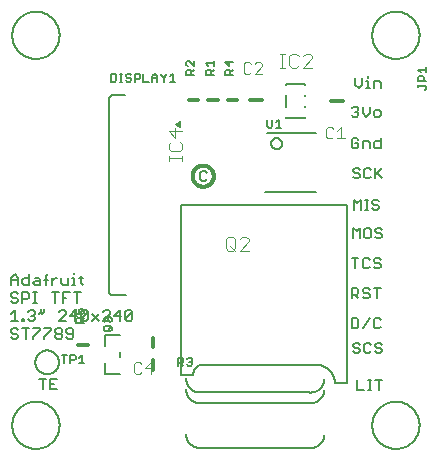
<source format=gbr>
G04 EAGLE Gerber RS-274X export*
G75*
%MOMM*%
%FSLAX34Y34*%
%LPD*%
%INSilkscreen Top*%
%IPPOS*%
%AMOC8*
5,1,8,0,0,1.08239X$1,22.5*%
G01*
%ADD10C,0.152400*%
%ADD11C,0.127000*%
%ADD12C,0.101600*%
%ADD13C,0.304800*%
%ADD14C,0.076200*%
%ADD15C,0.203200*%

G36*
X147624Y226194D02*
X147624Y226194D01*
X147651Y226194D01*
X147730Y226227D01*
X147812Y226252D01*
X147834Y226269D01*
X147858Y226279D01*
X147922Y226337D01*
X147990Y226389D01*
X148004Y226412D01*
X148024Y226430D01*
X148063Y226507D01*
X148109Y226579D01*
X148114Y226606D01*
X148127Y226630D01*
X148146Y226760D01*
X148154Y226799D01*
X148153Y226806D01*
X148154Y226815D01*
X148154Y231895D01*
X148150Y231922D01*
X148152Y231948D01*
X148142Y231987D01*
X148141Y232020D01*
X148125Y232058D01*
X148115Y232116D01*
X148101Y232139D01*
X148094Y232165D01*
X148065Y232205D01*
X148056Y232227D01*
X148035Y232251D01*
X148000Y232309D01*
X147980Y232326D01*
X147964Y232348D01*
X147917Y232380D01*
X147905Y232393D01*
X147883Y232404D01*
X147826Y232450D01*
X147801Y232459D01*
X147779Y232474D01*
X147718Y232489D01*
X147705Y232496D01*
X147683Y232499D01*
X147614Y232522D01*
X147587Y232522D01*
X147561Y232528D01*
X147520Y232523D01*
X147511Y232523D01*
X147496Y232521D01*
X147475Y232518D01*
X147389Y232516D01*
X147365Y232506D01*
X147338Y232503D01*
X147302Y232486D01*
X147290Y232484D01*
X147261Y232467D01*
X147218Y232446D01*
X147182Y232431D01*
X147176Y232426D01*
X147168Y232423D01*
X143358Y229883D01*
X143315Y229841D01*
X143300Y229832D01*
X143290Y229819D01*
X143240Y229781D01*
X143222Y229751D01*
X143196Y229727D01*
X143169Y229671D01*
X143159Y229658D01*
X143154Y229643D01*
X143121Y229591D01*
X143114Y229557D01*
X143099Y229525D01*
X143093Y229463D01*
X143087Y229446D01*
X143088Y229428D01*
X143076Y229371D01*
X143081Y229336D01*
X143078Y229302D01*
X143093Y229245D01*
X143094Y229221D01*
X143102Y229201D01*
X143110Y229149D01*
X143127Y229119D01*
X143136Y229085D01*
X143167Y229042D01*
X143178Y229014D01*
X143197Y228992D01*
X143219Y228953D01*
X143249Y228927D01*
X143266Y228902D01*
X143303Y228877D01*
X143330Y228848D01*
X143343Y228841D01*
X143358Y228827D01*
X147168Y226287D01*
X147193Y226277D01*
X147214Y226260D01*
X147295Y226232D01*
X147374Y226198D01*
X147401Y226196D01*
X147426Y226188D01*
X147512Y226190D01*
X147598Y226186D01*
X147624Y226194D01*
G37*
D10*
X295855Y268485D02*
X295855Y262723D01*
X298736Y259842D01*
X301617Y262723D01*
X301617Y268485D01*
X305210Y265604D02*
X306651Y265604D01*
X306651Y259842D01*
X308091Y259842D02*
X305210Y259842D01*
X306651Y268485D02*
X306651Y269926D01*
X311447Y265604D02*
X311447Y259842D01*
X311447Y265604D02*
X315768Y265604D01*
X317209Y264164D01*
X317209Y259842D01*
X292736Y90685D02*
X292736Y82042D01*
X292736Y90685D02*
X297058Y90685D01*
X298499Y89245D01*
X298499Y86364D01*
X297058Y84923D01*
X292736Y84923D01*
X295618Y84923D02*
X298499Y82042D01*
X306413Y90685D02*
X307854Y89245D01*
X306413Y90685D02*
X303532Y90685D01*
X302092Y89245D01*
X302092Y87804D01*
X303532Y86364D01*
X306413Y86364D01*
X307854Y84923D01*
X307854Y83483D01*
X306413Y82042D01*
X303532Y82042D01*
X302092Y83483D01*
X314328Y82042D02*
X314328Y90685D01*
X311447Y90685D02*
X317209Y90685D01*
X292736Y65285D02*
X292736Y56642D01*
X297058Y56642D01*
X298499Y58083D01*
X298499Y63845D01*
X297058Y65285D01*
X292736Y65285D01*
X302092Y56642D02*
X307854Y65285D01*
X315769Y65285D02*
X317209Y63845D01*
X315769Y65285D02*
X312887Y65285D01*
X311447Y63845D01*
X311447Y58083D01*
X312887Y56642D01*
X315769Y56642D01*
X317209Y58083D01*
X299769Y42890D02*
X298328Y44330D01*
X295447Y44330D01*
X294006Y42890D01*
X294006Y41449D01*
X295447Y40009D01*
X298328Y40009D01*
X299769Y38568D01*
X299769Y37128D01*
X298328Y35687D01*
X295447Y35687D01*
X294006Y37128D01*
X307683Y44330D02*
X309124Y42890D01*
X307683Y44330D02*
X304802Y44330D01*
X303362Y42890D01*
X303362Y37128D01*
X304802Y35687D01*
X307683Y35687D01*
X309124Y37128D01*
X317039Y44330D02*
X318479Y42890D01*
X317039Y44330D02*
X314157Y44330D01*
X312717Y42890D01*
X312717Y41449D01*
X314157Y40009D01*
X317039Y40009D01*
X318479Y38568D01*
X318479Y37128D01*
X317039Y35687D01*
X314157Y35687D01*
X312717Y37128D01*
X295618Y107442D02*
X295618Y116085D01*
X298499Y116085D02*
X292736Y116085D01*
X306413Y116085D02*
X307854Y114645D01*
X306413Y116085D02*
X303532Y116085D01*
X302092Y114645D01*
X302092Y108883D01*
X303532Y107442D01*
X306413Y107442D01*
X307854Y108883D01*
X315769Y116085D02*
X317209Y114645D01*
X315769Y116085D02*
X312887Y116085D01*
X311447Y114645D01*
X311447Y113204D01*
X312887Y111764D01*
X315769Y111764D01*
X317209Y110323D01*
X317209Y108883D01*
X315769Y107442D01*
X312887Y107442D01*
X311447Y108883D01*
X294006Y132842D02*
X294006Y141485D01*
X296888Y138604D01*
X299769Y141485D01*
X299769Y132842D01*
X304802Y141485D02*
X307683Y141485D01*
X304802Y141485D02*
X303362Y140045D01*
X303362Y134283D01*
X304802Y132842D01*
X307683Y132842D01*
X309124Y134283D01*
X309124Y140045D01*
X307683Y141485D01*
X317039Y141485D02*
X318479Y140045D01*
X317039Y141485D02*
X314157Y141485D01*
X312717Y140045D01*
X312717Y138604D01*
X314157Y137164D01*
X317039Y137164D01*
X318479Y135723D01*
X318479Y134283D01*
X317039Y132842D01*
X314157Y132842D01*
X312717Y134283D01*
X299769Y190845D02*
X298328Y192285D01*
X295447Y192285D01*
X294006Y190845D01*
X294006Y189404D01*
X295447Y187964D01*
X298328Y187964D01*
X299769Y186523D01*
X299769Y185083D01*
X298328Y183642D01*
X295447Y183642D01*
X294006Y185083D01*
X307683Y192285D02*
X309124Y190845D01*
X307683Y192285D02*
X304802Y192285D01*
X303362Y190845D01*
X303362Y185083D01*
X304802Y183642D01*
X307683Y183642D01*
X309124Y185083D01*
X312717Y183642D02*
X312717Y192285D01*
X312717Y186523D02*
X318479Y192285D01*
X314157Y187964D02*
X318479Y183642D01*
X294585Y165615D02*
X294585Y156972D01*
X297466Y162734D02*
X294585Y165615D01*
X297466Y162734D02*
X300347Y165615D01*
X300347Y156972D01*
X303940Y156972D02*
X306821Y156972D01*
X305381Y156972D02*
X305381Y165615D01*
X306821Y165615D02*
X303940Y165615D01*
X314498Y165615D02*
X315939Y164175D01*
X314498Y165615D02*
X311617Y165615D01*
X310177Y164175D01*
X310177Y162734D01*
X311617Y161294D01*
X314498Y161294D01*
X315939Y159853D01*
X315939Y158413D01*
X314498Y156972D01*
X311617Y156972D01*
X310177Y158413D01*
X297125Y13215D02*
X297125Y4572D01*
X302887Y4572D01*
X306480Y4572D02*
X309361Y4572D01*
X307921Y4572D02*
X307921Y13215D01*
X309361Y13215D02*
X306480Y13215D01*
X315598Y13215D02*
X315598Y4572D01*
X312717Y13215D02*
X318479Y13215D01*
X298499Y216245D02*
X297058Y217685D01*
X294177Y217685D01*
X292736Y216245D01*
X292736Y210483D01*
X294177Y209042D01*
X297058Y209042D01*
X298499Y210483D01*
X298499Y213364D01*
X295618Y213364D01*
X302092Y214804D02*
X302092Y209042D01*
X302092Y214804D02*
X306413Y214804D01*
X307854Y213364D01*
X307854Y209042D01*
X317209Y209042D02*
X317209Y217685D01*
X317209Y209042D02*
X312887Y209042D01*
X311447Y210483D01*
X311447Y213364D01*
X312887Y214804D01*
X317209Y214804D01*
X292736Y242915D02*
X294177Y244355D01*
X297058Y244355D01*
X298499Y242915D01*
X298499Y241474D01*
X297058Y240034D01*
X295618Y240034D01*
X297058Y240034D02*
X298499Y238593D01*
X298499Y237153D01*
X297058Y235712D01*
X294177Y235712D01*
X292736Y237153D01*
X302092Y238593D02*
X302092Y244355D01*
X302092Y238593D02*
X304973Y235712D01*
X307854Y238593D01*
X307854Y244355D01*
X312887Y235712D02*
X315769Y235712D01*
X317209Y237153D01*
X317209Y240034D01*
X315769Y241474D01*
X312887Y241474D01*
X311447Y240034D01*
X311447Y237153D01*
X312887Y235712D01*
D11*
X31076Y13978D02*
X31076Y5080D01*
X28110Y13978D02*
X34042Y13978D01*
X37465Y13978D02*
X43397Y13978D01*
X37465Y13978D02*
X37465Y5080D01*
X43397Y5080D01*
X40431Y9529D02*
X37465Y9529D01*
X4445Y93345D02*
X4445Y99277D01*
X7411Y102243D01*
X10377Y99277D01*
X10377Y93345D01*
X10377Y97794D02*
X4445Y97794D01*
X19732Y102243D02*
X19732Y93345D01*
X15283Y93345D01*
X13800Y94828D01*
X13800Y97794D01*
X15283Y99277D01*
X19732Y99277D01*
X24638Y99277D02*
X27604Y99277D01*
X29087Y97794D01*
X29087Y93345D01*
X24638Y93345D01*
X23155Y94828D01*
X24638Y96311D01*
X29087Y96311D01*
X33993Y93345D02*
X33993Y100760D01*
X35476Y102243D01*
X35476Y97794D02*
X32511Y97794D01*
X38747Y99277D02*
X38747Y93345D01*
X38747Y96311D02*
X41713Y99277D01*
X43196Y99277D01*
X46543Y99277D02*
X46543Y94828D01*
X48026Y93345D01*
X52475Y93345D01*
X52475Y99277D01*
X55899Y99277D02*
X57381Y99277D01*
X57381Y93345D01*
X55899Y93345D02*
X58864Y93345D01*
X57381Y102243D02*
X57381Y103726D01*
X63618Y100760D02*
X63618Y94828D01*
X65101Y93345D01*
X65101Y99277D02*
X62135Y99277D01*
X10377Y85520D02*
X8894Y87003D01*
X5928Y87003D01*
X4445Y85520D01*
X4445Y84037D01*
X5928Y82554D01*
X8894Y82554D01*
X10377Y81071D01*
X10377Y79588D01*
X8894Y78105D01*
X5928Y78105D01*
X4445Y79588D01*
X13800Y78105D02*
X13800Y87003D01*
X18249Y87003D01*
X19732Y85520D01*
X19732Y82554D01*
X18249Y81071D01*
X13800Y81071D01*
X23155Y78105D02*
X26121Y78105D01*
X24638Y78105D02*
X24638Y87003D01*
X23155Y87003D02*
X26121Y87003D01*
X41713Y87003D02*
X41713Y78105D01*
X38747Y87003D02*
X44679Y87003D01*
X48103Y87003D02*
X48103Y78105D01*
X48103Y87003D02*
X54034Y87003D01*
X51068Y82554D02*
X48103Y82554D01*
X60424Y78105D02*
X60424Y87003D01*
X63389Y87003D02*
X57458Y87003D01*
X7411Y71763D02*
X4445Y68797D01*
X7411Y71763D02*
X7411Y62865D01*
X4445Y62865D02*
X10377Y62865D01*
X13800Y62865D02*
X13800Y64348D01*
X15283Y64348D01*
X15283Y62865D01*
X13800Y62865D01*
X18478Y70280D02*
X19961Y71763D01*
X22927Y71763D01*
X24410Y70280D01*
X24410Y68797D01*
X22927Y67314D01*
X21444Y67314D01*
X22927Y67314D02*
X24410Y65831D01*
X24410Y64348D01*
X22927Y62865D01*
X19961Y62865D01*
X18478Y64348D01*
X29316Y70280D02*
X29316Y73246D01*
X29316Y70280D02*
X27833Y68797D01*
X32282Y70280D02*
X32282Y73246D01*
X32282Y70280D02*
X30799Y68797D01*
X44984Y62865D02*
X50916Y62865D01*
X44984Y62865D02*
X50916Y68797D01*
X50916Y70280D01*
X49433Y71763D01*
X46467Y71763D01*
X44984Y70280D01*
X58788Y71763D02*
X58788Y62865D01*
X54339Y67314D02*
X58788Y71763D01*
X60271Y67314D02*
X54339Y67314D01*
X63695Y64348D02*
X63695Y70280D01*
X65177Y71763D01*
X68143Y71763D01*
X69626Y70280D01*
X69626Y64348D01*
X68143Y62865D01*
X65177Y62865D01*
X63695Y64348D01*
X69626Y70280D01*
X73050Y68797D02*
X78981Y62865D01*
X73050Y62865D02*
X78981Y68797D01*
X82405Y62865D02*
X88337Y62865D01*
X82405Y62865D02*
X88337Y68797D01*
X88337Y70280D01*
X86854Y71763D01*
X83888Y71763D01*
X82405Y70280D01*
X96209Y71763D02*
X96209Y62865D01*
X91760Y67314D02*
X96209Y71763D01*
X97692Y67314D02*
X91760Y67314D01*
X101115Y64348D02*
X101115Y70280D01*
X102598Y71763D01*
X105564Y71763D01*
X107047Y70280D01*
X107047Y64348D01*
X105564Y62865D01*
X102598Y62865D01*
X101115Y64348D01*
X107047Y70280D01*
X10377Y55040D02*
X8894Y56523D01*
X5928Y56523D01*
X4445Y55040D01*
X4445Y53557D01*
X5928Y52074D01*
X8894Y52074D01*
X10377Y50591D01*
X10377Y49108D01*
X8894Y47625D01*
X5928Y47625D01*
X4445Y49108D01*
X16766Y47625D02*
X16766Y56523D01*
X13800Y56523D02*
X19732Y56523D01*
X23155Y56523D02*
X29087Y56523D01*
X29087Y55040D01*
X23155Y49108D01*
X23155Y47625D01*
X32511Y56523D02*
X38442Y56523D01*
X38442Y55040D01*
X32511Y49108D01*
X32511Y47625D01*
X41866Y55040D02*
X43349Y56523D01*
X46315Y56523D01*
X47797Y55040D01*
X47797Y53557D01*
X46315Y52074D01*
X47797Y50591D01*
X47797Y49108D01*
X46315Y47625D01*
X43349Y47625D01*
X41866Y49108D01*
X41866Y50591D01*
X43349Y52074D01*
X41866Y53557D01*
X41866Y55040D01*
X43349Y52074D02*
X46315Y52074D01*
X51221Y49108D02*
X52704Y47625D01*
X55670Y47625D01*
X57153Y49108D01*
X57153Y55040D01*
X55670Y56523D01*
X52704Y56523D01*
X51221Y55040D01*
X51221Y53557D01*
X52704Y52074D01*
X57153Y52074D01*
X278590Y9890D02*
X288590Y9890D01*
X288590Y160890D01*
X148590Y160890D01*
X148590Y16890D01*
X158590Y16890D01*
X158568Y17087D01*
X158551Y17284D01*
X158538Y17481D01*
X158531Y17679D01*
X158528Y17877D01*
X158530Y18075D01*
X158537Y18272D01*
X158549Y18470D01*
X158566Y18667D01*
X158587Y18864D01*
X158613Y19060D01*
X158644Y19255D01*
X158680Y19450D01*
X158721Y19644D01*
X158766Y19836D01*
X158817Y20028D01*
X158871Y20218D01*
X158931Y20406D01*
X158995Y20594D01*
X159063Y20779D01*
X159137Y20963D01*
X159214Y21145D01*
X159296Y21325D01*
X159383Y21503D01*
X159474Y21679D01*
X159569Y21852D01*
X159668Y22023D01*
X159772Y22192D01*
X159879Y22358D01*
X159991Y22521D01*
X160107Y22682D01*
X160226Y22840D01*
X160350Y22994D01*
X160477Y23146D01*
X160608Y23294D01*
X160742Y23440D01*
X160880Y23581D01*
X161021Y23720D01*
X161166Y23855D01*
X161314Y23986D01*
X161465Y24114D01*
X161620Y24238D01*
X161777Y24358D01*
X161937Y24474D01*
X162100Y24586D01*
X162266Y24694D01*
X162434Y24798D01*
X162605Y24898D01*
X162778Y24994D01*
X162953Y25085D01*
X163131Y25172D01*
X163311Y25255D01*
X163493Y25333D01*
X163676Y25407D01*
X163862Y25476D01*
X164049Y25541D01*
X164237Y25601D01*
X164427Y25656D01*
X164618Y25707D01*
X164811Y25753D01*
X165004Y25795D01*
X165199Y25831D01*
X165394Y25863D01*
X165590Y25890D01*
X262590Y25890D01*
X262977Y25885D01*
X263363Y25871D01*
X263749Y25848D01*
X264134Y25815D01*
X264519Y25773D01*
X264902Y25722D01*
X265284Y25662D01*
X265664Y25592D01*
X266043Y25513D01*
X266419Y25425D01*
X266793Y25328D01*
X267165Y25222D01*
X267534Y25107D01*
X267901Y24983D01*
X268264Y24850D01*
X268624Y24709D01*
X268980Y24559D01*
X269332Y24400D01*
X269681Y24233D01*
X270026Y24057D01*
X270366Y23873D01*
X270701Y23682D01*
X271032Y23481D01*
X271358Y23274D01*
X271679Y23058D01*
X271995Y22834D01*
X272305Y22603D01*
X272609Y22365D01*
X272907Y22119D01*
X273200Y21866D01*
X273486Y21606D01*
X273766Y21340D01*
X274040Y21066D01*
X274306Y20786D01*
X274566Y20500D01*
X274819Y20207D01*
X275065Y19909D01*
X275303Y19605D01*
X275534Y19295D01*
X275758Y18979D01*
X275974Y18658D01*
X276181Y18332D01*
X276382Y18001D01*
X276573Y17666D01*
X276757Y17326D01*
X276933Y16981D01*
X277100Y16632D01*
X277259Y16280D01*
X277409Y15924D01*
X277550Y15564D01*
X277683Y15201D01*
X277807Y14834D01*
X277922Y14465D01*
X278028Y14093D01*
X278125Y13719D01*
X278213Y13343D01*
X278292Y12964D01*
X278362Y12584D01*
X278422Y12202D01*
X278473Y11819D01*
X278515Y11434D01*
X278548Y11049D01*
X278571Y10663D01*
X278585Y10277D01*
X278590Y9890D01*
X164590Y2290D02*
X164300Y2294D01*
X164010Y2304D01*
X163721Y2322D01*
X163432Y2346D01*
X163144Y2377D01*
X162856Y2416D01*
X162570Y2461D01*
X162284Y2514D01*
X162001Y2573D01*
X161718Y2639D01*
X161438Y2711D01*
X161159Y2791D01*
X160882Y2877D01*
X160607Y2970D01*
X160335Y3070D01*
X160065Y3176D01*
X159798Y3288D01*
X159533Y3408D01*
X159272Y3533D01*
X159013Y3665D01*
X158758Y3802D01*
X158506Y3946D01*
X158258Y4096D01*
X158014Y4252D01*
X157773Y4414D01*
X157537Y4582D01*
X157304Y4755D01*
X157076Y4934D01*
X156852Y5118D01*
X156633Y5308D01*
X156418Y5503D01*
X156208Y5703D01*
X156003Y5908D01*
X155803Y6118D01*
X155608Y6333D01*
X155418Y6552D01*
X155234Y6776D01*
X155055Y7004D01*
X154882Y7237D01*
X154714Y7473D01*
X154552Y7714D01*
X154396Y7958D01*
X154246Y8206D01*
X154102Y8458D01*
X153965Y8713D01*
X153833Y8972D01*
X153708Y9233D01*
X153588Y9498D01*
X153476Y9765D01*
X153370Y10035D01*
X153270Y10307D01*
X153177Y10582D01*
X153091Y10859D01*
X153011Y11138D01*
X152939Y11418D01*
X152873Y11701D01*
X152814Y11984D01*
X152761Y12270D01*
X152716Y12556D01*
X152677Y12844D01*
X152646Y13132D01*
X152622Y13421D01*
X152604Y13710D01*
X152594Y14000D01*
X152590Y14290D01*
X164590Y2290D02*
X256590Y2290D01*
X256880Y2269D01*
X257171Y2255D01*
X257462Y2249D01*
X257753Y2249D01*
X258044Y2257D01*
X258334Y2271D01*
X258625Y2293D01*
X258914Y2321D01*
X259203Y2357D01*
X259491Y2399D01*
X259778Y2448D01*
X260063Y2505D01*
X260347Y2568D01*
X260630Y2638D01*
X260910Y2715D01*
X261189Y2798D01*
X261466Y2889D01*
X261740Y2986D01*
X262012Y3089D01*
X262281Y3199D01*
X262548Y3316D01*
X262812Y3439D01*
X263072Y3568D01*
X263330Y3704D01*
X263584Y3846D01*
X263835Y3994D01*
X264082Y4148D01*
X264325Y4307D01*
X264564Y4473D01*
X264799Y4644D01*
X265030Y4821D01*
X265257Y5004D01*
X265479Y5192D01*
X265696Y5385D01*
X265909Y5584D01*
X266117Y5787D01*
X266320Y5996D01*
X266518Y6209D01*
X266711Y6427D01*
X266898Y6650D01*
X267080Y6877D01*
X267256Y7109D01*
X267427Y7344D01*
X267592Y7584D01*
X267751Y7828D01*
X267904Y8075D01*
X268051Y8326D01*
X268192Y8581D01*
X268327Y8839D01*
X268456Y9100D01*
X268578Y9364D01*
X268694Y9631D01*
X268803Y9900D01*
X268906Y10172D01*
X269002Y10447D01*
X269092Y10724D01*
X269175Y11003D01*
X269251Y11284D01*
X269320Y11567D01*
X269382Y11851D01*
X269438Y12136D01*
X269486Y12423D01*
X269528Y12711D01*
X269563Y13000D01*
X269590Y13290D01*
X164590Y-6710D02*
X164300Y-6706D01*
X164010Y-6696D01*
X163721Y-6678D01*
X163432Y-6654D01*
X163144Y-6623D01*
X162856Y-6584D01*
X162570Y-6539D01*
X162284Y-6486D01*
X162001Y-6427D01*
X161718Y-6361D01*
X161438Y-6289D01*
X161159Y-6209D01*
X160882Y-6123D01*
X160607Y-6030D01*
X160335Y-5930D01*
X160065Y-5824D01*
X159798Y-5712D01*
X159533Y-5592D01*
X159272Y-5467D01*
X159013Y-5335D01*
X158758Y-5198D01*
X158506Y-5054D01*
X158258Y-4904D01*
X158014Y-4748D01*
X157773Y-4586D01*
X157537Y-4418D01*
X157304Y-4245D01*
X157076Y-4066D01*
X156852Y-3882D01*
X156633Y-3692D01*
X156418Y-3497D01*
X156208Y-3297D01*
X156003Y-3092D01*
X155803Y-2882D01*
X155608Y-2667D01*
X155418Y-2448D01*
X155234Y-2224D01*
X155055Y-1996D01*
X154882Y-1763D01*
X154714Y-1527D01*
X154552Y-1286D01*
X154396Y-1042D01*
X154246Y-794D01*
X154102Y-542D01*
X153965Y-287D01*
X153833Y-28D01*
X153708Y233D01*
X153588Y498D01*
X153476Y765D01*
X153370Y1035D01*
X153270Y1307D01*
X153177Y1582D01*
X153091Y1859D01*
X153011Y2138D01*
X152939Y2418D01*
X152873Y2701D01*
X152814Y2984D01*
X152761Y3270D01*
X152716Y3556D01*
X152677Y3844D01*
X152646Y4132D01*
X152622Y4421D01*
X152604Y4710D01*
X152594Y5000D01*
X152590Y5290D01*
X164590Y-6710D02*
X256590Y-6710D01*
X256880Y-6731D01*
X257171Y-6745D01*
X257462Y-6751D01*
X257753Y-6751D01*
X258044Y-6743D01*
X258334Y-6729D01*
X258625Y-6707D01*
X258914Y-6679D01*
X259203Y-6643D01*
X259491Y-6601D01*
X259778Y-6552D01*
X260063Y-6495D01*
X260347Y-6432D01*
X260630Y-6362D01*
X260910Y-6285D01*
X261189Y-6202D01*
X261466Y-6111D01*
X261740Y-6014D01*
X262012Y-5911D01*
X262281Y-5801D01*
X262548Y-5684D01*
X262812Y-5561D01*
X263072Y-5432D01*
X263330Y-5296D01*
X263584Y-5154D01*
X263835Y-5006D01*
X264082Y-4852D01*
X264325Y-4693D01*
X264564Y-4527D01*
X264799Y-4356D01*
X265030Y-4179D01*
X265257Y-3996D01*
X265479Y-3808D01*
X265696Y-3615D01*
X265909Y-3416D01*
X266117Y-3213D01*
X266320Y-3004D01*
X266518Y-2791D01*
X266711Y-2573D01*
X266898Y-2350D01*
X267080Y-2123D01*
X267256Y-1891D01*
X267427Y-1656D01*
X267592Y-1416D01*
X267751Y-1172D01*
X267904Y-925D01*
X268051Y-674D01*
X268192Y-419D01*
X268327Y-161D01*
X268456Y100D01*
X268578Y364D01*
X268694Y631D01*
X268803Y900D01*
X268906Y1172D01*
X269002Y1447D01*
X269092Y1724D01*
X269175Y2003D01*
X269251Y2284D01*
X269320Y2567D01*
X269382Y2851D01*
X269438Y3136D01*
X269486Y3423D01*
X269528Y3711D01*
X269563Y4000D01*
X269590Y4290D01*
X164590Y-44710D02*
X164300Y-44706D01*
X164010Y-44696D01*
X163721Y-44678D01*
X163432Y-44654D01*
X163144Y-44623D01*
X162856Y-44584D01*
X162570Y-44539D01*
X162284Y-44486D01*
X162001Y-44427D01*
X161718Y-44361D01*
X161438Y-44289D01*
X161159Y-44209D01*
X160882Y-44123D01*
X160607Y-44030D01*
X160335Y-43930D01*
X160065Y-43824D01*
X159798Y-43712D01*
X159533Y-43592D01*
X159272Y-43467D01*
X159013Y-43335D01*
X158758Y-43198D01*
X158506Y-43054D01*
X158258Y-42904D01*
X158014Y-42748D01*
X157773Y-42586D01*
X157537Y-42418D01*
X157304Y-42245D01*
X157076Y-42066D01*
X156852Y-41882D01*
X156633Y-41692D01*
X156418Y-41497D01*
X156208Y-41297D01*
X156003Y-41092D01*
X155803Y-40882D01*
X155608Y-40667D01*
X155418Y-40448D01*
X155234Y-40224D01*
X155055Y-39996D01*
X154882Y-39763D01*
X154714Y-39527D01*
X154552Y-39286D01*
X154396Y-39042D01*
X154246Y-38794D01*
X154102Y-38542D01*
X153965Y-38287D01*
X153833Y-38028D01*
X153708Y-37767D01*
X153588Y-37502D01*
X153476Y-37235D01*
X153370Y-36965D01*
X153270Y-36693D01*
X153177Y-36418D01*
X153091Y-36141D01*
X153011Y-35862D01*
X152939Y-35582D01*
X152873Y-35299D01*
X152814Y-35016D01*
X152761Y-34730D01*
X152716Y-34444D01*
X152677Y-34156D01*
X152646Y-33868D01*
X152622Y-33579D01*
X152604Y-33290D01*
X152594Y-33000D01*
X152590Y-32710D01*
X164590Y-44710D02*
X256590Y-44710D01*
X256880Y-44731D01*
X257171Y-44745D01*
X257462Y-44751D01*
X257753Y-44751D01*
X258044Y-44743D01*
X258334Y-44729D01*
X258625Y-44707D01*
X258914Y-44679D01*
X259203Y-44643D01*
X259491Y-44601D01*
X259778Y-44552D01*
X260063Y-44495D01*
X260347Y-44432D01*
X260630Y-44362D01*
X260910Y-44285D01*
X261189Y-44202D01*
X261466Y-44111D01*
X261740Y-44014D01*
X262012Y-43911D01*
X262281Y-43801D01*
X262548Y-43684D01*
X262812Y-43561D01*
X263072Y-43432D01*
X263330Y-43296D01*
X263584Y-43154D01*
X263835Y-43006D01*
X264082Y-42852D01*
X264325Y-42693D01*
X264564Y-42527D01*
X264799Y-42356D01*
X265030Y-42179D01*
X265257Y-41996D01*
X265479Y-41808D01*
X265696Y-41615D01*
X265909Y-41416D01*
X266117Y-41213D01*
X266320Y-41004D01*
X266518Y-40791D01*
X266711Y-40573D01*
X266898Y-40350D01*
X267080Y-40123D01*
X267256Y-39891D01*
X267427Y-39656D01*
X267592Y-39416D01*
X267751Y-39172D01*
X267904Y-38925D01*
X268051Y-38674D01*
X268192Y-38419D01*
X268327Y-38161D01*
X268456Y-37900D01*
X268578Y-37636D01*
X268694Y-37369D01*
X268803Y-37100D01*
X268906Y-36828D01*
X269002Y-36553D01*
X269092Y-36276D01*
X269175Y-35997D01*
X269251Y-35716D01*
X269320Y-35433D01*
X269382Y-35149D01*
X269438Y-34864D01*
X269486Y-34577D01*
X269528Y-34289D01*
X269563Y-34000D01*
X269590Y-33710D01*
D12*
X186098Y124347D02*
X186098Y132143D01*
X188047Y134092D01*
X191945Y134092D01*
X193894Y132143D01*
X193894Y124347D01*
X191945Y122398D01*
X188047Y122398D01*
X186098Y124347D01*
X189996Y126296D02*
X193894Y122398D01*
X197792Y122398D02*
X205588Y122398D01*
X197792Y122398D02*
X205588Y130194D01*
X205588Y132143D01*
X203639Y134092D01*
X199741Y134092D01*
X197792Y132143D01*
D10*
X237010Y263140D02*
X253210Y263140D01*
X253210Y234700D02*
X237010Y234700D01*
X237010Y243700D02*
X237010Y254140D01*
X253210Y244640D02*
X253210Y243700D01*
X253210Y253200D02*
X253210Y254140D01*
X253210Y235640D02*
X253210Y234700D01*
X253210Y262200D02*
X253210Y263140D01*
X237010Y263140D02*
X237010Y262200D01*
X237010Y235640D02*
X237010Y234700D01*
D12*
X236112Y277368D02*
X232214Y277368D01*
X234163Y277368D02*
X234163Y289062D01*
X232214Y289062D02*
X236112Y289062D01*
X245857Y289062D02*
X247806Y287113D01*
X245857Y289062D02*
X241959Y289062D01*
X240010Y287113D01*
X240010Y279317D01*
X241959Y277368D01*
X245857Y277368D01*
X247806Y279317D01*
X251704Y277368D02*
X259500Y277368D01*
X251704Y277368D02*
X259500Y285164D01*
X259500Y287113D01*
X257551Y289062D01*
X253653Y289062D01*
X251704Y287113D01*
D13*
X275590Y248920D02*
X285750Y248920D01*
D14*
X275754Y226817D02*
X277322Y225249D01*
X275754Y226817D02*
X272619Y226817D01*
X271051Y225249D01*
X271051Y218979D01*
X272619Y217411D01*
X275754Y217411D01*
X277322Y218979D01*
X280406Y223682D02*
X283542Y226817D01*
X283542Y217411D01*
X286677Y217411D02*
X280406Y217411D01*
D13*
X217170Y250190D02*
X207010Y250190D01*
D14*
X207491Y280139D02*
X205924Y281707D01*
X202788Y281707D01*
X201221Y280139D01*
X201221Y273869D01*
X202788Y272301D01*
X205924Y272301D01*
X207491Y273869D01*
X210576Y272301D02*
X216847Y272301D01*
X210576Y272301D02*
X216847Y278572D01*
X216847Y280139D01*
X215279Y281707D01*
X212143Y281707D01*
X210576Y280139D01*
D13*
X124460Y48450D02*
X124460Y40450D01*
D14*
X113214Y27707D02*
X114781Y26139D01*
X113214Y27707D02*
X110078Y27707D01*
X108511Y26139D01*
X108511Y19869D01*
X110078Y18301D01*
X113214Y18301D01*
X114781Y19869D01*
X122569Y18301D02*
X122569Y27707D01*
X117866Y23004D01*
X124137Y23004D01*
D15*
X5400Y304800D02*
X5406Y305291D01*
X5424Y305781D01*
X5454Y306271D01*
X5496Y306760D01*
X5550Y307248D01*
X5616Y307735D01*
X5694Y308219D01*
X5784Y308702D01*
X5886Y309182D01*
X5999Y309660D01*
X6124Y310134D01*
X6261Y310606D01*
X6409Y311074D01*
X6569Y311538D01*
X6740Y311998D01*
X6922Y312454D01*
X7116Y312905D01*
X7320Y313351D01*
X7536Y313792D01*
X7762Y314228D01*
X7998Y314658D01*
X8245Y315082D01*
X8503Y315500D01*
X8771Y315911D01*
X9048Y316316D01*
X9336Y316714D01*
X9633Y317105D01*
X9940Y317488D01*
X10256Y317863D01*
X10581Y318231D01*
X10915Y318591D01*
X11258Y318942D01*
X11609Y319285D01*
X11969Y319619D01*
X12337Y319944D01*
X12712Y320260D01*
X13095Y320567D01*
X13486Y320864D01*
X13884Y321152D01*
X14289Y321429D01*
X14700Y321697D01*
X15118Y321955D01*
X15542Y322202D01*
X15972Y322438D01*
X16408Y322664D01*
X16849Y322880D01*
X17295Y323084D01*
X17746Y323278D01*
X18202Y323460D01*
X18662Y323631D01*
X19126Y323791D01*
X19594Y323939D01*
X20066Y324076D01*
X20540Y324201D01*
X21018Y324314D01*
X21498Y324416D01*
X21981Y324506D01*
X22465Y324584D01*
X22952Y324650D01*
X23440Y324704D01*
X23929Y324746D01*
X24419Y324776D01*
X24909Y324794D01*
X25400Y324800D01*
X25891Y324794D01*
X26381Y324776D01*
X26871Y324746D01*
X27360Y324704D01*
X27848Y324650D01*
X28335Y324584D01*
X28819Y324506D01*
X29302Y324416D01*
X29782Y324314D01*
X30260Y324201D01*
X30734Y324076D01*
X31206Y323939D01*
X31674Y323791D01*
X32138Y323631D01*
X32598Y323460D01*
X33054Y323278D01*
X33505Y323084D01*
X33951Y322880D01*
X34392Y322664D01*
X34828Y322438D01*
X35258Y322202D01*
X35682Y321955D01*
X36100Y321697D01*
X36511Y321429D01*
X36916Y321152D01*
X37314Y320864D01*
X37705Y320567D01*
X38088Y320260D01*
X38463Y319944D01*
X38831Y319619D01*
X39191Y319285D01*
X39542Y318942D01*
X39885Y318591D01*
X40219Y318231D01*
X40544Y317863D01*
X40860Y317488D01*
X41167Y317105D01*
X41464Y316714D01*
X41752Y316316D01*
X42029Y315911D01*
X42297Y315500D01*
X42555Y315082D01*
X42802Y314658D01*
X43038Y314228D01*
X43264Y313792D01*
X43480Y313351D01*
X43684Y312905D01*
X43878Y312454D01*
X44060Y311998D01*
X44231Y311538D01*
X44391Y311074D01*
X44539Y310606D01*
X44676Y310134D01*
X44801Y309660D01*
X44914Y309182D01*
X45016Y308702D01*
X45106Y308219D01*
X45184Y307735D01*
X45250Y307248D01*
X45304Y306760D01*
X45346Y306271D01*
X45376Y305781D01*
X45394Y305291D01*
X45400Y304800D01*
X45394Y304309D01*
X45376Y303819D01*
X45346Y303329D01*
X45304Y302840D01*
X45250Y302352D01*
X45184Y301865D01*
X45106Y301381D01*
X45016Y300898D01*
X44914Y300418D01*
X44801Y299940D01*
X44676Y299466D01*
X44539Y298994D01*
X44391Y298526D01*
X44231Y298062D01*
X44060Y297602D01*
X43878Y297146D01*
X43684Y296695D01*
X43480Y296249D01*
X43264Y295808D01*
X43038Y295372D01*
X42802Y294942D01*
X42555Y294518D01*
X42297Y294100D01*
X42029Y293689D01*
X41752Y293284D01*
X41464Y292886D01*
X41167Y292495D01*
X40860Y292112D01*
X40544Y291737D01*
X40219Y291369D01*
X39885Y291009D01*
X39542Y290658D01*
X39191Y290315D01*
X38831Y289981D01*
X38463Y289656D01*
X38088Y289340D01*
X37705Y289033D01*
X37314Y288736D01*
X36916Y288448D01*
X36511Y288171D01*
X36100Y287903D01*
X35682Y287645D01*
X35258Y287398D01*
X34828Y287162D01*
X34392Y286936D01*
X33951Y286720D01*
X33505Y286516D01*
X33054Y286322D01*
X32598Y286140D01*
X32138Y285969D01*
X31674Y285809D01*
X31206Y285661D01*
X30734Y285524D01*
X30260Y285399D01*
X29782Y285286D01*
X29302Y285184D01*
X28819Y285094D01*
X28335Y285016D01*
X27848Y284950D01*
X27360Y284896D01*
X26871Y284854D01*
X26381Y284824D01*
X25891Y284806D01*
X25400Y284800D01*
X24909Y284806D01*
X24419Y284824D01*
X23929Y284854D01*
X23440Y284896D01*
X22952Y284950D01*
X22465Y285016D01*
X21981Y285094D01*
X21498Y285184D01*
X21018Y285286D01*
X20540Y285399D01*
X20066Y285524D01*
X19594Y285661D01*
X19126Y285809D01*
X18662Y285969D01*
X18202Y286140D01*
X17746Y286322D01*
X17295Y286516D01*
X16849Y286720D01*
X16408Y286936D01*
X15972Y287162D01*
X15542Y287398D01*
X15118Y287645D01*
X14700Y287903D01*
X14289Y288171D01*
X13884Y288448D01*
X13486Y288736D01*
X13095Y289033D01*
X12712Y289340D01*
X12337Y289656D01*
X11969Y289981D01*
X11609Y290315D01*
X11258Y290658D01*
X10915Y291009D01*
X10581Y291369D01*
X10256Y291737D01*
X9940Y292112D01*
X9633Y292495D01*
X9336Y292886D01*
X9048Y293284D01*
X8771Y293689D01*
X8503Y294100D01*
X8245Y294518D01*
X7998Y294942D01*
X7762Y295372D01*
X7536Y295808D01*
X7320Y296249D01*
X7116Y296695D01*
X6922Y297146D01*
X6740Y297602D01*
X6569Y298062D01*
X6409Y298526D01*
X6261Y298994D01*
X6124Y299466D01*
X5999Y299940D01*
X5886Y300418D01*
X5784Y300898D01*
X5694Y301381D01*
X5616Y301865D01*
X5550Y302352D01*
X5496Y302840D01*
X5454Y303329D01*
X5424Y303819D01*
X5406Y304309D01*
X5400Y304800D01*
X5400Y-25400D02*
X5406Y-24909D01*
X5424Y-24419D01*
X5454Y-23929D01*
X5496Y-23440D01*
X5550Y-22952D01*
X5616Y-22465D01*
X5694Y-21981D01*
X5784Y-21498D01*
X5886Y-21018D01*
X5999Y-20540D01*
X6124Y-20066D01*
X6261Y-19594D01*
X6409Y-19126D01*
X6569Y-18662D01*
X6740Y-18202D01*
X6922Y-17746D01*
X7116Y-17295D01*
X7320Y-16849D01*
X7536Y-16408D01*
X7762Y-15972D01*
X7998Y-15542D01*
X8245Y-15118D01*
X8503Y-14700D01*
X8771Y-14289D01*
X9048Y-13884D01*
X9336Y-13486D01*
X9633Y-13095D01*
X9940Y-12712D01*
X10256Y-12337D01*
X10581Y-11969D01*
X10915Y-11609D01*
X11258Y-11258D01*
X11609Y-10915D01*
X11969Y-10581D01*
X12337Y-10256D01*
X12712Y-9940D01*
X13095Y-9633D01*
X13486Y-9336D01*
X13884Y-9048D01*
X14289Y-8771D01*
X14700Y-8503D01*
X15118Y-8245D01*
X15542Y-7998D01*
X15972Y-7762D01*
X16408Y-7536D01*
X16849Y-7320D01*
X17295Y-7116D01*
X17746Y-6922D01*
X18202Y-6740D01*
X18662Y-6569D01*
X19126Y-6409D01*
X19594Y-6261D01*
X20066Y-6124D01*
X20540Y-5999D01*
X21018Y-5886D01*
X21498Y-5784D01*
X21981Y-5694D01*
X22465Y-5616D01*
X22952Y-5550D01*
X23440Y-5496D01*
X23929Y-5454D01*
X24419Y-5424D01*
X24909Y-5406D01*
X25400Y-5400D01*
X25891Y-5406D01*
X26381Y-5424D01*
X26871Y-5454D01*
X27360Y-5496D01*
X27848Y-5550D01*
X28335Y-5616D01*
X28819Y-5694D01*
X29302Y-5784D01*
X29782Y-5886D01*
X30260Y-5999D01*
X30734Y-6124D01*
X31206Y-6261D01*
X31674Y-6409D01*
X32138Y-6569D01*
X32598Y-6740D01*
X33054Y-6922D01*
X33505Y-7116D01*
X33951Y-7320D01*
X34392Y-7536D01*
X34828Y-7762D01*
X35258Y-7998D01*
X35682Y-8245D01*
X36100Y-8503D01*
X36511Y-8771D01*
X36916Y-9048D01*
X37314Y-9336D01*
X37705Y-9633D01*
X38088Y-9940D01*
X38463Y-10256D01*
X38831Y-10581D01*
X39191Y-10915D01*
X39542Y-11258D01*
X39885Y-11609D01*
X40219Y-11969D01*
X40544Y-12337D01*
X40860Y-12712D01*
X41167Y-13095D01*
X41464Y-13486D01*
X41752Y-13884D01*
X42029Y-14289D01*
X42297Y-14700D01*
X42555Y-15118D01*
X42802Y-15542D01*
X43038Y-15972D01*
X43264Y-16408D01*
X43480Y-16849D01*
X43684Y-17295D01*
X43878Y-17746D01*
X44060Y-18202D01*
X44231Y-18662D01*
X44391Y-19126D01*
X44539Y-19594D01*
X44676Y-20066D01*
X44801Y-20540D01*
X44914Y-21018D01*
X45016Y-21498D01*
X45106Y-21981D01*
X45184Y-22465D01*
X45250Y-22952D01*
X45304Y-23440D01*
X45346Y-23929D01*
X45376Y-24419D01*
X45394Y-24909D01*
X45400Y-25400D01*
X45394Y-25891D01*
X45376Y-26381D01*
X45346Y-26871D01*
X45304Y-27360D01*
X45250Y-27848D01*
X45184Y-28335D01*
X45106Y-28819D01*
X45016Y-29302D01*
X44914Y-29782D01*
X44801Y-30260D01*
X44676Y-30734D01*
X44539Y-31206D01*
X44391Y-31674D01*
X44231Y-32138D01*
X44060Y-32598D01*
X43878Y-33054D01*
X43684Y-33505D01*
X43480Y-33951D01*
X43264Y-34392D01*
X43038Y-34828D01*
X42802Y-35258D01*
X42555Y-35682D01*
X42297Y-36100D01*
X42029Y-36511D01*
X41752Y-36916D01*
X41464Y-37314D01*
X41167Y-37705D01*
X40860Y-38088D01*
X40544Y-38463D01*
X40219Y-38831D01*
X39885Y-39191D01*
X39542Y-39542D01*
X39191Y-39885D01*
X38831Y-40219D01*
X38463Y-40544D01*
X38088Y-40860D01*
X37705Y-41167D01*
X37314Y-41464D01*
X36916Y-41752D01*
X36511Y-42029D01*
X36100Y-42297D01*
X35682Y-42555D01*
X35258Y-42802D01*
X34828Y-43038D01*
X34392Y-43264D01*
X33951Y-43480D01*
X33505Y-43684D01*
X33054Y-43878D01*
X32598Y-44060D01*
X32138Y-44231D01*
X31674Y-44391D01*
X31206Y-44539D01*
X30734Y-44676D01*
X30260Y-44801D01*
X29782Y-44914D01*
X29302Y-45016D01*
X28819Y-45106D01*
X28335Y-45184D01*
X27848Y-45250D01*
X27360Y-45304D01*
X26871Y-45346D01*
X26381Y-45376D01*
X25891Y-45394D01*
X25400Y-45400D01*
X24909Y-45394D01*
X24419Y-45376D01*
X23929Y-45346D01*
X23440Y-45304D01*
X22952Y-45250D01*
X22465Y-45184D01*
X21981Y-45106D01*
X21498Y-45016D01*
X21018Y-44914D01*
X20540Y-44801D01*
X20066Y-44676D01*
X19594Y-44539D01*
X19126Y-44391D01*
X18662Y-44231D01*
X18202Y-44060D01*
X17746Y-43878D01*
X17295Y-43684D01*
X16849Y-43480D01*
X16408Y-43264D01*
X15972Y-43038D01*
X15542Y-42802D01*
X15118Y-42555D01*
X14700Y-42297D01*
X14289Y-42029D01*
X13884Y-41752D01*
X13486Y-41464D01*
X13095Y-41167D01*
X12712Y-40860D01*
X12337Y-40544D01*
X11969Y-40219D01*
X11609Y-39885D01*
X11258Y-39542D01*
X10915Y-39191D01*
X10581Y-38831D01*
X10256Y-38463D01*
X9940Y-38088D01*
X9633Y-37705D01*
X9336Y-37314D01*
X9048Y-36916D01*
X8771Y-36511D01*
X8503Y-36100D01*
X8245Y-35682D01*
X7998Y-35258D01*
X7762Y-34828D01*
X7536Y-34392D01*
X7320Y-33951D01*
X7116Y-33505D01*
X6922Y-33054D01*
X6740Y-32598D01*
X6569Y-32138D01*
X6409Y-31674D01*
X6261Y-31206D01*
X6124Y-30734D01*
X5999Y-30260D01*
X5886Y-29782D01*
X5784Y-29302D01*
X5694Y-28819D01*
X5616Y-28335D01*
X5550Y-27848D01*
X5496Y-27360D01*
X5454Y-26871D01*
X5424Y-26381D01*
X5406Y-25891D01*
X5400Y-25400D01*
X310200Y304800D02*
X310206Y305291D01*
X310224Y305781D01*
X310254Y306271D01*
X310296Y306760D01*
X310350Y307248D01*
X310416Y307735D01*
X310494Y308219D01*
X310584Y308702D01*
X310686Y309182D01*
X310799Y309660D01*
X310924Y310134D01*
X311061Y310606D01*
X311209Y311074D01*
X311369Y311538D01*
X311540Y311998D01*
X311722Y312454D01*
X311916Y312905D01*
X312120Y313351D01*
X312336Y313792D01*
X312562Y314228D01*
X312798Y314658D01*
X313045Y315082D01*
X313303Y315500D01*
X313571Y315911D01*
X313848Y316316D01*
X314136Y316714D01*
X314433Y317105D01*
X314740Y317488D01*
X315056Y317863D01*
X315381Y318231D01*
X315715Y318591D01*
X316058Y318942D01*
X316409Y319285D01*
X316769Y319619D01*
X317137Y319944D01*
X317512Y320260D01*
X317895Y320567D01*
X318286Y320864D01*
X318684Y321152D01*
X319089Y321429D01*
X319500Y321697D01*
X319918Y321955D01*
X320342Y322202D01*
X320772Y322438D01*
X321208Y322664D01*
X321649Y322880D01*
X322095Y323084D01*
X322546Y323278D01*
X323002Y323460D01*
X323462Y323631D01*
X323926Y323791D01*
X324394Y323939D01*
X324866Y324076D01*
X325340Y324201D01*
X325818Y324314D01*
X326298Y324416D01*
X326781Y324506D01*
X327265Y324584D01*
X327752Y324650D01*
X328240Y324704D01*
X328729Y324746D01*
X329219Y324776D01*
X329709Y324794D01*
X330200Y324800D01*
X330691Y324794D01*
X331181Y324776D01*
X331671Y324746D01*
X332160Y324704D01*
X332648Y324650D01*
X333135Y324584D01*
X333619Y324506D01*
X334102Y324416D01*
X334582Y324314D01*
X335060Y324201D01*
X335534Y324076D01*
X336006Y323939D01*
X336474Y323791D01*
X336938Y323631D01*
X337398Y323460D01*
X337854Y323278D01*
X338305Y323084D01*
X338751Y322880D01*
X339192Y322664D01*
X339628Y322438D01*
X340058Y322202D01*
X340482Y321955D01*
X340900Y321697D01*
X341311Y321429D01*
X341716Y321152D01*
X342114Y320864D01*
X342505Y320567D01*
X342888Y320260D01*
X343263Y319944D01*
X343631Y319619D01*
X343991Y319285D01*
X344342Y318942D01*
X344685Y318591D01*
X345019Y318231D01*
X345344Y317863D01*
X345660Y317488D01*
X345967Y317105D01*
X346264Y316714D01*
X346552Y316316D01*
X346829Y315911D01*
X347097Y315500D01*
X347355Y315082D01*
X347602Y314658D01*
X347838Y314228D01*
X348064Y313792D01*
X348280Y313351D01*
X348484Y312905D01*
X348678Y312454D01*
X348860Y311998D01*
X349031Y311538D01*
X349191Y311074D01*
X349339Y310606D01*
X349476Y310134D01*
X349601Y309660D01*
X349714Y309182D01*
X349816Y308702D01*
X349906Y308219D01*
X349984Y307735D01*
X350050Y307248D01*
X350104Y306760D01*
X350146Y306271D01*
X350176Y305781D01*
X350194Y305291D01*
X350200Y304800D01*
X350194Y304309D01*
X350176Y303819D01*
X350146Y303329D01*
X350104Y302840D01*
X350050Y302352D01*
X349984Y301865D01*
X349906Y301381D01*
X349816Y300898D01*
X349714Y300418D01*
X349601Y299940D01*
X349476Y299466D01*
X349339Y298994D01*
X349191Y298526D01*
X349031Y298062D01*
X348860Y297602D01*
X348678Y297146D01*
X348484Y296695D01*
X348280Y296249D01*
X348064Y295808D01*
X347838Y295372D01*
X347602Y294942D01*
X347355Y294518D01*
X347097Y294100D01*
X346829Y293689D01*
X346552Y293284D01*
X346264Y292886D01*
X345967Y292495D01*
X345660Y292112D01*
X345344Y291737D01*
X345019Y291369D01*
X344685Y291009D01*
X344342Y290658D01*
X343991Y290315D01*
X343631Y289981D01*
X343263Y289656D01*
X342888Y289340D01*
X342505Y289033D01*
X342114Y288736D01*
X341716Y288448D01*
X341311Y288171D01*
X340900Y287903D01*
X340482Y287645D01*
X340058Y287398D01*
X339628Y287162D01*
X339192Y286936D01*
X338751Y286720D01*
X338305Y286516D01*
X337854Y286322D01*
X337398Y286140D01*
X336938Y285969D01*
X336474Y285809D01*
X336006Y285661D01*
X335534Y285524D01*
X335060Y285399D01*
X334582Y285286D01*
X334102Y285184D01*
X333619Y285094D01*
X333135Y285016D01*
X332648Y284950D01*
X332160Y284896D01*
X331671Y284854D01*
X331181Y284824D01*
X330691Y284806D01*
X330200Y284800D01*
X329709Y284806D01*
X329219Y284824D01*
X328729Y284854D01*
X328240Y284896D01*
X327752Y284950D01*
X327265Y285016D01*
X326781Y285094D01*
X326298Y285184D01*
X325818Y285286D01*
X325340Y285399D01*
X324866Y285524D01*
X324394Y285661D01*
X323926Y285809D01*
X323462Y285969D01*
X323002Y286140D01*
X322546Y286322D01*
X322095Y286516D01*
X321649Y286720D01*
X321208Y286936D01*
X320772Y287162D01*
X320342Y287398D01*
X319918Y287645D01*
X319500Y287903D01*
X319089Y288171D01*
X318684Y288448D01*
X318286Y288736D01*
X317895Y289033D01*
X317512Y289340D01*
X317137Y289656D01*
X316769Y289981D01*
X316409Y290315D01*
X316058Y290658D01*
X315715Y291009D01*
X315381Y291369D01*
X315056Y291737D01*
X314740Y292112D01*
X314433Y292495D01*
X314136Y292886D01*
X313848Y293284D01*
X313571Y293689D01*
X313303Y294100D01*
X313045Y294518D01*
X312798Y294942D01*
X312562Y295372D01*
X312336Y295808D01*
X312120Y296249D01*
X311916Y296695D01*
X311722Y297146D01*
X311540Y297602D01*
X311369Y298062D01*
X311209Y298526D01*
X311061Y298994D01*
X310924Y299466D01*
X310799Y299940D01*
X310686Y300418D01*
X310584Y300898D01*
X310494Y301381D01*
X310416Y301865D01*
X310350Y302352D01*
X310296Y302840D01*
X310254Y303329D01*
X310224Y303819D01*
X310206Y304309D01*
X310200Y304800D01*
X310200Y-25400D02*
X310206Y-24909D01*
X310224Y-24419D01*
X310254Y-23929D01*
X310296Y-23440D01*
X310350Y-22952D01*
X310416Y-22465D01*
X310494Y-21981D01*
X310584Y-21498D01*
X310686Y-21018D01*
X310799Y-20540D01*
X310924Y-20066D01*
X311061Y-19594D01*
X311209Y-19126D01*
X311369Y-18662D01*
X311540Y-18202D01*
X311722Y-17746D01*
X311916Y-17295D01*
X312120Y-16849D01*
X312336Y-16408D01*
X312562Y-15972D01*
X312798Y-15542D01*
X313045Y-15118D01*
X313303Y-14700D01*
X313571Y-14289D01*
X313848Y-13884D01*
X314136Y-13486D01*
X314433Y-13095D01*
X314740Y-12712D01*
X315056Y-12337D01*
X315381Y-11969D01*
X315715Y-11609D01*
X316058Y-11258D01*
X316409Y-10915D01*
X316769Y-10581D01*
X317137Y-10256D01*
X317512Y-9940D01*
X317895Y-9633D01*
X318286Y-9336D01*
X318684Y-9048D01*
X319089Y-8771D01*
X319500Y-8503D01*
X319918Y-8245D01*
X320342Y-7998D01*
X320772Y-7762D01*
X321208Y-7536D01*
X321649Y-7320D01*
X322095Y-7116D01*
X322546Y-6922D01*
X323002Y-6740D01*
X323462Y-6569D01*
X323926Y-6409D01*
X324394Y-6261D01*
X324866Y-6124D01*
X325340Y-5999D01*
X325818Y-5886D01*
X326298Y-5784D01*
X326781Y-5694D01*
X327265Y-5616D01*
X327752Y-5550D01*
X328240Y-5496D01*
X328729Y-5454D01*
X329219Y-5424D01*
X329709Y-5406D01*
X330200Y-5400D01*
X330691Y-5406D01*
X331181Y-5424D01*
X331671Y-5454D01*
X332160Y-5496D01*
X332648Y-5550D01*
X333135Y-5616D01*
X333619Y-5694D01*
X334102Y-5784D01*
X334582Y-5886D01*
X335060Y-5999D01*
X335534Y-6124D01*
X336006Y-6261D01*
X336474Y-6409D01*
X336938Y-6569D01*
X337398Y-6740D01*
X337854Y-6922D01*
X338305Y-7116D01*
X338751Y-7320D01*
X339192Y-7536D01*
X339628Y-7762D01*
X340058Y-7998D01*
X340482Y-8245D01*
X340900Y-8503D01*
X341311Y-8771D01*
X341716Y-9048D01*
X342114Y-9336D01*
X342505Y-9633D01*
X342888Y-9940D01*
X343263Y-10256D01*
X343631Y-10581D01*
X343991Y-10915D01*
X344342Y-11258D01*
X344685Y-11609D01*
X345019Y-11969D01*
X345344Y-12337D01*
X345660Y-12712D01*
X345967Y-13095D01*
X346264Y-13486D01*
X346552Y-13884D01*
X346829Y-14289D01*
X347097Y-14700D01*
X347355Y-15118D01*
X347602Y-15542D01*
X347838Y-15972D01*
X348064Y-16408D01*
X348280Y-16849D01*
X348484Y-17295D01*
X348678Y-17746D01*
X348860Y-18202D01*
X349031Y-18662D01*
X349191Y-19126D01*
X349339Y-19594D01*
X349476Y-20066D01*
X349601Y-20540D01*
X349714Y-21018D01*
X349816Y-21498D01*
X349906Y-21981D01*
X349984Y-22465D01*
X350050Y-22952D01*
X350104Y-23440D01*
X350146Y-23929D01*
X350176Y-24419D01*
X350194Y-24909D01*
X350200Y-25400D01*
X350194Y-25891D01*
X350176Y-26381D01*
X350146Y-26871D01*
X350104Y-27360D01*
X350050Y-27848D01*
X349984Y-28335D01*
X349906Y-28819D01*
X349816Y-29302D01*
X349714Y-29782D01*
X349601Y-30260D01*
X349476Y-30734D01*
X349339Y-31206D01*
X349191Y-31674D01*
X349031Y-32138D01*
X348860Y-32598D01*
X348678Y-33054D01*
X348484Y-33505D01*
X348280Y-33951D01*
X348064Y-34392D01*
X347838Y-34828D01*
X347602Y-35258D01*
X347355Y-35682D01*
X347097Y-36100D01*
X346829Y-36511D01*
X346552Y-36916D01*
X346264Y-37314D01*
X345967Y-37705D01*
X345660Y-38088D01*
X345344Y-38463D01*
X345019Y-38831D01*
X344685Y-39191D01*
X344342Y-39542D01*
X343991Y-39885D01*
X343631Y-40219D01*
X343263Y-40544D01*
X342888Y-40860D01*
X342505Y-41167D01*
X342114Y-41464D01*
X341716Y-41752D01*
X341311Y-42029D01*
X340900Y-42297D01*
X340482Y-42555D01*
X340058Y-42802D01*
X339628Y-43038D01*
X339192Y-43264D01*
X338751Y-43480D01*
X338305Y-43684D01*
X337854Y-43878D01*
X337398Y-44060D01*
X336938Y-44231D01*
X336474Y-44391D01*
X336006Y-44539D01*
X335534Y-44676D01*
X335060Y-44801D01*
X334582Y-44914D01*
X334102Y-45016D01*
X333619Y-45106D01*
X333135Y-45184D01*
X332648Y-45250D01*
X332160Y-45304D01*
X331671Y-45346D01*
X331181Y-45376D01*
X330691Y-45394D01*
X330200Y-45400D01*
X329709Y-45394D01*
X329219Y-45376D01*
X328729Y-45346D01*
X328240Y-45304D01*
X327752Y-45250D01*
X327265Y-45184D01*
X326781Y-45106D01*
X326298Y-45016D01*
X325818Y-44914D01*
X325340Y-44801D01*
X324866Y-44676D01*
X324394Y-44539D01*
X323926Y-44391D01*
X323462Y-44231D01*
X323002Y-44060D01*
X322546Y-43878D01*
X322095Y-43684D01*
X321649Y-43480D01*
X321208Y-43264D01*
X320772Y-43038D01*
X320342Y-42802D01*
X319918Y-42555D01*
X319500Y-42297D01*
X319089Y-42029D01*
X318684Y-41752D01*
X318286Y-41464D01*
X317895Y-41167D01*
X317512Y-40860D01*
X317137Y-40544D01*
X316769Y-40219D01*
X316409Y-39885D01*
X316058Y-39542D01*
X315715Y-39191D01*
X315381Y-38831D01*
X315056Y-38463D01*
X314740Y-38088D01*
X314433Y-37705D01*
X314136Y-37314D01*
X313848Y-36916D01*
X313571Y-36511D01*
X313303Y-36100D01*
X313045Y-35682D01*
X312798Y-35258D01*
X312562Y-34828D01*
X312336Y-34392D01*
X312120Y-33951D01*
X311916Y-33505D01*
X311722Y-33054D01*
X311540Y-32598D01*
X311369Y-32138D01*
X311209Y-31674D01*
X311061Y-31206D01*
X310924Y-30734D01*
X310799Y-30260D01*
X310686Y-29782D01*
X310584Y-29302D01*
X310494Y-28819D01*
X310416Y-28335D01*
X310350Y-27848D01*
X310296Y-27360D01*
X310254Y-26871D01*
X310224Y-26381D01*
X310206Y-25891D01*
X310200Y-25400D01*
D10*
X354752Y258472D02*
X355854Y259573D01*
X355854Y260675D01*
X354752Y261776D01*
X349244Y261776D01*
X349244Y260675D02*
X349244Y262878D01*
X349244Y265956D02*
X355854Y265956D01*
X349244Y265956D02*
X349244Y269261D01*
X350346Y270362D01*
X352549Y270362D01*
X353651Y269261D01*
X353651Y265956D01*
X351448Y273440D02*
X349244Y275643D01*
X355854Y275643D01*
X355854Y273440D02*
X355854Y277846D01*
D13*
X124460Y29400D02*
X124460Y21400D01*
D10*
X145542Y24892D02*
X145542Y31502D01*
X148847Y31502D01*
X149948Y30400D01*
X149948Y28197D01*
X148847Y27095D01*
X145542Y27095D01*
X147745Y27095D02*
X149948Y24892D01*
X153026Y30400D02*
X154128Y31502D01*
X156331Y31502D01*
X157433Y30400D01*
X157433Y29298D01*
X156331Y28197D01*
X155229Y28197D01*
X156331Y28197D02*
X157433Y27095D01*
X157433Y25994D01*
X156331Y24892D01*
X154128Y24892D01*
X153026Y25994D01*
D15*
X96694Y17566D02*
X83566Y17566D01*
X83566Y27154D01*
X83566Y51014D02*
X96694Y51014D01*
X83566Y51014D02*
X83566Y41426D01*
X96774Y36514D02*
X96774Y31926D01*
D10*
X88306Y54102D02*
X83900Y54102D01*
X82798Y55204D01*
X82798Y57407D01*
X83900Y58508D01*
X88306Y58508D01*
X89408Y57407D01*
X89408Y55204D01*
X88306Y54102D01*
X87205Y56305D02*
X89408Y58508D01*
X83900Y61586D02*
X82798Y62688D01*
X82798Y64891D01*
X83900Y65993D01*
X85002Y65993D01*
X86103Y64891D01*
X86103Y63789D01*
X86103Y64891D02*
X87205Y65993D01*
X88306Y65993D01*
X89408Y64891D01*
X89408Y62688D01*
X88306Y61586D01*
D13*
X158025Y185420D02*
X158028Y185640D01*
X158036Y185861D01*
X158049Y186081D01*
X158068Y186300D01*
X158093Y186519D01*
X158122Y186738D01*
X158157Y186955D01*
X158198Y187172D01*
X158243Y187388D01*
X158294Y187602D01*
X158350Y187815D01*
X158412Y188027D01*
X158478Y188237D01*
X158550Y188445D01*
X158627Y188652D01*
X158709Y188856D01*
X158795Y189059D01*
X158887Y189259D01*
X158984Y189458D01*
X159085Y189653D01*
X159192Y189846D01*
X159303Y190037D01*
X159418Y190224D01*
X159538Y190409D01*
X159663Y190591D01*
X159792Y190769D01*
X159926Y190945D01*
X160063Y191117D01*
X160205Y191285D01*
X160351Y191451D01*
X160501Y191612D01*
X160655Y191770D01*
X160813Y191924D01*
X160974Y192074D01*
X161140Y192220D01*
X161308Y192362D01*
X161480Y192499D01*
X161656Y192633D01*
X161834Y192762D01*
X162016Y192887D01*
X162201Y193007D01*
X162388Y193122D01*
X162579Y193233D01*
X162772Y193340D01*
X162967Y193441D01*
X163166Y193538D01*
X163366Y193630D01*
X163569Y193716D01*
X163773Y193798D01*
X163980Y193875D01*
X164188Y193947D01*
X164398Y194013D01*
X164610Y194075D01*
X164823Y194131D01*
X165037Y194182D01*
X165253Y194227D01*
X165470Y194268D01*
X165687Y194303D01*
X165906Y194332D01*
X166125Y194357D01*
X166344Y194376D01*
X166564Y194389D01*
X166785Y194397D01*
X167005Y194400D01*
X167225Y194397D01*
X167446Y194389D01*
X167666Y194376D01*
X167885Y194357D01*
X168104Y194332D01*
X168323Y194303D01*
X168540Y194268D01*
X168757Y194227D01*
X168973Y194182D01*
X169187Y194131D01*
X169400Y194075D01*
X169612Y194013D01*
X169822Y193947D01*
X170030Y193875D01*
X170237Y193798D01*
X170441Y193716D01*
X170644Y193630D01*
X170844Y193538D01*
X171043Y193441D01*
X171238Y193340D01*
X171431Y193233D01*
X171622Y193122D01*
X171809Y193007D01*
X171994Y192887D01*
X172176Y192762D01*
X172354Y192633D01*
X172530Y192499D01*
X172702Y192362D01*
X172870Y192220D01*
X173036Y192074D01*
X173197Y191924D01*
X173355Y191770D01*
X173509Y191612D01*
X173659Y191451D01*
X173805Y191285D01*
X173947Y191117D01*
X174084Y190945D01*
X174218Y190769D01*
X174347Y190591D01*
X174472Y190409D01*
X174592Y190224D01*
X174707Y190037D01*
X174818Y189846D01*
X174925Y189653D01*
X175026Y189458D01*
X175123Y189259D01*
X175215Y189059D01*
X175301Y188856D01*
X175383Y188652D01*
X175460Y188445D01*
X175532Y188237D01*
X175598Y188027D01*
X175660Y187815D01*
X175716Y187602D01*
X175767Y187388D01*
X175812Y187172D01*
X175853Y186955D01*
X175888Y186738D01*
X175917Y186519D01*
X175942Y186300D01*
X175961Y186081D01*
X175974Y185861D01*
X175982Y185640D01*
X175985Y185420D01*
X175982Y185200D01*
X175974Y184979D01*
X175961Y184759D01*
X175942Y184540D01*
X175917Y184321D01*
X175888Y184102D01*
X175853Y183885D01*
X175812Y183668D01*
X175767Y183452D01*
X175716Y183238D01*
X175660Y183025D01*
X175598Y182813D01*
X175532Y182603D01*
X175460Y182395D01*
X175383Y182188D01*
X175301Y181984D01*
X175215Y181781D01*
X175123Y181581D01*
X175026Y181382D01*
X174925Y181187D01*
X174818Y180994D01*
X174707Y180803D01*
X174592Y180616D01*
X174472Y180431D01*
X174347Y180249D01*
X174218Y180071D01*
X174084Y179895D01*
X173947Y179723D01*
X173805Y179555D01*
X173659Y179389D01*
X173509Y179228D01*
X173355Y179070D01*
X173197Y178916D01*
X173036Y178766D01*
X172870Y178620D01*
X172702Y178478D01*
X172530Y178341D01*
X172354Y178207D01*
X172176Y178078D01*
X171994Y177953D01*
X171809Y177833D01*
X171622Y177718D01*
X171431Y177607D01*
X171238Y177500D01*
X171043Y177399D01*
X170844Y177302D01*
X170644Y177210D01*
X170441Y177124D01*
X170237Y177042D01*
X170030Y176965D01*
X169822Y176893D01*
X169612Y176827D01*
X169400Y176765D01*
X169187Y176709D01*
X168973Y176658D01*
X168757Y176613D01*
X168540Y176572D01*
X168323Y176537D01*
X168104Y176508D01*
X167885Y176483D01*
X167666Y176464D01*
X167446Y176451D01*
X167225Y176443D01*
X167005Y176440D01*
X166785Y176443D01*
X166564Y176451D01*
X166344Y176464D01*
X166125Y176483D01*
X165906Y176508D01*
X165687Y176537D01*
X165470Y176572D01*
X165253Y176613D01*
X165037Y176658D01*
X164823Y176709D01*
X164610Y176765D01*
X164398Y176827D01*
X164188Y176893D01*
X163980Y176965D01*
X163773Y177042D01*
X163569Y177124D01*
X163366Y177210D01*
X163166Y177302D01*
X162967Y177399D01*
X162772Y177500D01*
X162579Y177607D01*
X162388Y177718D01*
X162201Y177833D01*
X162016Y177953D01*
X161834Y178078D01*
X161656Y178207D01*
X161480Y178341D01*
X161308Y178478D01*
X161140Y178620D01*
X160974Y178766D01*
X160813Y178916D01*
X160655Y179070D01*
X160501Y179228D01*
X160351Y179389D01*
X160205Y179555D01*
X160063Y179723D01*
X159926Y179895D01*
X159792Y180071D01*
X159663Y180249D01*
X159538Y180431D01*
X159418Y180616D01*
X159303Y180803D01*
X159192Y180994D01*
X159085Y181187D01*
X158984Y181382D01*
X158887Y181581D01*
X158795Y181781D01*
X158709Y181984D01*
X158627Y182188D01*
X158550Y182395D01*
X158478Y182603D01*
X158412Y182813D01*
X158350Y183025D01*
X158294Y183238D01*
X158243Y183452D01*
X158198Y183668D01*
X158157Y183885D01*
X158122Y184102D01*
X158093Y184321D01*
X158068Y184540D01*
X158049Y184759D01*
X158036Y184979D01*
X158028Y185200D01*
X158025Y185420D01*
D15*
X168532Y189491D02*
X169888Y188135D01*
X168532Y189491D02*
X165821Y189491D01*
X164465Y188135D01*
X164465Y182712D01*
X165821Y181356D01*
X168532Y181356D01*
X169888Y182712D01*
D13*
X171260Y250190D02*
X179260Y250190D01*
D10*
X175768Y271272D02*
X169158Y271272D01*
X169158Y274577D01*
X170260Y275678D01*
X172463Y275678D01*
X173565Y274577D01*
X173565Y271272D01*
X173565Y273475D02*
X175768Y275678D01*
X171362Y278756D02*
X169158Y280959D01*
X175768Y280959D01*
X175768Y278756D02*
X175768Y283163D01*
D13*
X162750Y250190D02*
X154750Y250190D01*
D10*
X152648Y271272D02*
X159258Y271272D01*
X152648Y271272D02*
X152648Y274577D01*
X153750Y275678D01*
X155953Y275678D01*
X157055Y274577D01*
X157055Y271272D01*
X157055Y273475D02*
X159258Y275678D01*
X159258Y278756D02*
X159258Y283163D01*
X154852Y283163D02*
X159258Y278756D01*
X154852Y283163D02*
X153750Y283163D01*
X152648Y282061D01*
X152648Y279858D01*
X153750Y278756D01*
D13*
X187770Y250190D02*
X195770Y250190D01*
D10*
X192278Y271272D02*
X185668Y271272D01*
X185668Y274577D01*
X186770Y275678D01*
X188973Y275678D01*
X190075Y274577D01*
X190075Y271272D01*
X190075Y273475D02*
X192278Y275678D01*
X192278Y282061D02*
X185668Y282061D01*
X188973Y278756D01*
X188973Y283163D01*
D15*
X219742Y171704D02*
X262858Y171704D01*
X262858Y221996D02*
X221012Y221996D01*
X224536Y213106D02*
X224538Y213241D01*
X224544Y213376D01*
X224554Y213510D01*
X224568Y213644D01*
X224586Y213778D01*
X224607Y213911D01*
X224633Y214043D01*
X224663Y214175D01*
X224696Y214306D01*
X224733Y214435D01*
X224775Y214564D01*
X224819Y214691D01*
X224868Y214817D01*
X224920Y214941D01*
X224976Y215064D01*
X225036Y215185D01*
X225099Y215304D01*
X225165Y215421D01*
X225235Y215536D01*
X225309Y215650D01*
X225386Y215761D01*
X225465Y215869D01*
X225549Y215975D01*
X225635Y216079D01*
X225724Y216180D01*
X225816Y216279D01*
X225911Y216374D01*
X226009Y216467D01*
X226109Y216557D01*
X226212Y216644D01*
X226318Y216728D01*
X226426Y216809D01*
X226536Y216886D01*
X226649Y216960D01*
X226764Y217031D01*
X226881Y217099D01*
X226999Y217163D01*
X227120Y217223D01*
X227242Y217280D01*
X227366Y217333D01*
X227492Y217383D01*
X227618Y217429D01*
X227747Y217471D01*
X227876Y217509D01*
X228006Y217543D01*
X228138Y217574D01*
X228270Y217601D01*
X228403Y217623D01*
X228536Y217642D01*
X228670Y217657D01*
X228805Y217668D01*
X228939Y217675D01*
X229074Y217678D01*
X229209Y217677D01*
X229344Y217672D01*
X229478Y217663D01*
X229613Y217650D01*
X229747Y217633D01*
X229880Y217612D01*
X230012Y217588D01*
X230144Y217559D01*
X230275Y217527D01*
X230405Y217490D01*
X230534Y217450D01*
X230661Y217406D01*
X230787Y217358D01*
X230912Y217307D01*
X231035Y217252D01*
X231157Y217193D01*
X231276Y217131D01*
X231394Y217065D01*
X231510Y216996D01*
X231623Y216924D01*
X231735Y216848D01*
X231844Y216769D01*
X231951Y216687D01*
X232055Y216601D01*
X232157Y216513D01*
X232256Y216421D01*
X232353Y216327D01*
X232446Y216230D01*
X232537Y216130D01*
X232625Y216028D01*
X232709Y215923D01*
X232791Y215815D01*
X232869Y215705D01*
X232944Y215593D01*
X233016Y215479D01*
X233084Y215363D01*
X233149Y215244D01*
X233210Y215124D01*
X233268Y215002D01*
X233322Y214879D01*
X233373Y214754D01*
X233419Y214627D01*
X233462Y214500D01*
X233502Y214371D01*
X233537Y214240D01*
X233569Y214109D01*
X233596Y213977D01*
X233620Y213845D01*
X233640Y213711D01*
X233656Y213577D01*
X233668Y213443D01*
X233676Y213308D01*
X233680Y213173D01*
X233680Y213039D01*
X233676Y212904D01*
X233668Y212769D01*
X233656Y212635D01*
X233640Y212501D01*
X233620Y212367D01*
X233596Y212235D01*
X233569Y212103D01*
X233537Y211972D01*
X233502Y211841D01*
X233462Y211712D01*
X233419Y211585D01*
X233373Y211458D01*
X233322Y211333D01*
X233268Y211210D01*
X233210Y211088D01*
X233149Y210968D01*
X233084Y210849D01*
X233016Y210733D01*
X232944Y210619D01*
X232869Y210507D01*
X232791Y210397D01*
X232709Y210289D01*
X232625Y210184D01*
X232537Y210082D01*
X232446Y209982D01*
X232353Y209885D01*
X232256Y209791D01*
X232157Y209699D01*
X232055Y209611D01*
X231951Y209525D01*
X231844Y209443D01*
X231735Y209364D01*
X231623Y209288D01*
X231510Y209216D01*
X231394Y209147D01*
X231276Y209081D01*
X231157Y209019D01*
X231035Y208960D01*
X230912Y208905D01*
X230787Y208854D01*
X230661Y208806D01*
X230534Y208762D01*
X230405Y208722D01*
X230275Y208685D01*
X230144Y208653D01*
X230012Y208624D01*
X229880Y208600D01*
X229747Y208579D01*
X229613Y208562D01*
X229478Y208549D01*
X229344Y208540D01*
X229209Y208535D01*
X229074Y208534D01*
X228939Y208537D01*
X228805Y208544D01*
X228670Y208555D01*
X228536Y208570D01*
X228403Y208589D01*
X228270Y208611D01*
X228138Y208638D01*
X228006Y208669D01*
X227876Y208703D01*
X227747Y208741D01*
X227618Y208783D01*
X227492Y208829D01*
X227366Y208879D01*
X227242Y208932D01*
X227120Y208989D01*
X226999Y209049D01*
X226881Y209113D01*
X226764Y209181D01*
X226649Y209252D01*
X226536Y209326D01*
X226426Y209403D01*
X226318Y209484D01*
X226212Y209568D01*
X226109Y209655D01*
X226009Y209745D01*
X225911Y209838D01*
X225816Y209933D01*
X225724Y210032D01*
X225635Y210133D01*
X225549Y210237D01*
X225465Y210343D01*
X225386Y210451D01*
X225309Y210562D01*
X225235Y210676D01*
X225165Y210791D01*
X225099Y210908D01*
X225036Y211027D01*
X224976Y211148D01*
X224920Y211271D01*
X224868Y211395D01*
X224819Y211521D01*
X224775Y211648D01*
X224733Y211777D01*
X224696Y211906D01*
X224663Y212037D01*
X224633Y212169D01*
X224607Y212301D01*
X224586Y212434D01*
X224568Y212568D01*
X224554Y212702D01*
X224544Y212836D01*
X224538Y212971D01*
X224536Y213106D01*
D10*
X221234Y227670D02*
X221234Y233178D01*
X221234Y227670D02*
X222336Y226568D01*
X224539Y226568D01*
X225640Y227670D01*
X225640Y233178D01*
X228718Y230974D02*
X230921Y233178D01*
X230921Y226568D01*
X228718Y226568D02*
X233125Y226568D01*
D13*
X69405Y42545D02*
X61405Y42545D01*
D10*
X59303Y61087D02*
X65913Y61087D01*
X59303Y61087D02*
X59303Y64392D01*
X60405Y65493D01*
X62608Y65493D01*
X63710Y64392D01*
X63710Y61087D01*
X63710Y63290D02*
X65913Y65493D01*
X59303Y68571D02*
X59303Y72978D01*
X59303Y68571D02*
X62608Y68571D01*
X61507Y70774D01*
X61507Y71876D01*
X62608Y72978D01*
X64811Y72978D01*
X65913Y71876D01*
X65913Y69673D01*
X64811Y68571D01*
D11*
X90990Y254455D02*
X100490Y254455D01*
X90990Y254455D02*
X90864Y254453D01*
X90739Y254447D01*
X90614Y254437D01*
X90489Y254423D01*
X90364Y254406D01*
X90240Y254384D01*
X90117Y254359D01*
X89995Y254329D01*
X89874Y254296D01*
X89754Y254259D01*
X89635Y254219D01*
X89518Y254174D01*
X89401Y254126D01*
X89287Y254074D01*
X89174Y254019D01*
X89063Y253960D01*
X88954Y253898D01*
X88847Y253832D01*
X88742Y253763D01*
X88639Y253691D01*
X88538Y253616D01*
X88440Y253537D01*
X88345Y253455D01*
X88252Y253371D01*
X88162Y253283D01*
X88074Y253193D01*
X87990Y253100D01*
X87908Y253005D01*
X87829Y252907D01*
X87754Y252806D01*
X87682Y252703D01*
X87613Y252598D01*
X87547Y252491D01*
X87485Y252382D01*
X87426Y252271D01*
X87371Y252158D01*
X87319Y252044D01*
X87271Y251927D01*
X87226Y251810D01*
X87186Y251691D01*
X87149Y251571D01*
X87116Y251450D01*
X87086Y251328D01*
X87061Y251205D01*
X87039Y251081D01*
X87022Y250956D01*
X87008Y250831D01*
X86998Y250706D01*
X86992Y250581D01*
X86990Y250455D01*
X86990Y88455D01*
X86992Y88329D01*
X86998Y88204D01*
X87008Y88079D01*
X87022Y87954D01*
X87039Y87829D01*
X87061Y87705D01*
X87086Y87582D01*
X87116Y87460D01*
X87149Y87339D01*
X87186Y87219D01*
X87226Y87100D01*
X87271Y86983D01*
X87319Y86866D01*
X87371Y86752D01*
X87426Y86639D01*
X87485Y86528D01*
X87547Y86419D01*
X87613Y86312D01*
X87682Y86207D01*
X87754Y86104D01*
X87829Y86003D01*
X87908Y85905D01*
X87990Y85810D01*
X88074Y85717D01*
X88162Y85627D01*
X88252Y85539D01*
X88345Y85455D01*
X88440Y85373D01*
X88538Y85294D01*
X88639Y85219D01*
X88742Y85147D01*
X88847Y85078D01*
X88954Y85012D01*
X89063Y84950D01*
X89174Y84891D01*
X89287Y84836D01*
X89401Y84784D01*
X89518Y84736D01*
X89635Y84691D01*
X89754Y84651D01*
X89874Y84614D01*
X89995Y84581D01*
X90117Y84551D01*
X90240Y84526D01*
X90364Y84504D01*
X90489Y84487D01*
X90614Y84473D01*
X90739Y84463D01*
X90864Y84457D01*
X90990Y84455D01*
X101490Y84455D01*
D10*
X88992Y265487D02*
X88992Y272097D01*
X88992Y265487D02*
X92297Y265487D01*
X93398Y266589D01*
X93398Y270995D01*
X92297Y272097D01*
X88992Y272097D01*
X96476Y265487D02*
X98679Y265487D01*
X97578Y265487D02*
X97578Y272097D01*
X98679Y272097D02*
X96476Y272097D01*
X104770Y272097D02*
X105872Y270995D01*
X104770Y272097D02*
X102567Y272097D01*
X101466Y270995D01*
X101466Y269893D01*
X102567Y268792D01*
X104770Y268792D01*
X105872Y267690D01*
X105872Y266589D01*
X104770Y265487D01*
X102567Y265487D01*
X101466Y266589D01*
X108950Y265487D02*
X108950Y272097D01*
X112255Y272097D01*
X113356Y270995D01*
X113356Y268792D01*
X112255Y267690D01*
X108950Y267690D01*
X116434Y265487D02*
X116434Y272097D01*
X116434Y265487D02*
X120840Y265487D01*
X123918Y265487D02*
X123918Y269893D01*
X126121Y272097D01*
X128324Y269893D01*
X128324Y265487D01*
X128324Y268792D02*
X123918Y268792D01*
X131402Y270995D02*
X131402Y272097D01*
X131402Y270995D02*
X133605Y268792D01*
X135809Y270995D01*
X135809Y272097D01*
X133605Y268792D02*
X133605Y265487D01*
X138886Y269893D02*
X141090Y272097D01*
X141090Y265487D01*
X143293Y265487D02*
X138886Y265487D01*
D12*
X149352Y202526D02*
X149352Y198628D01*
X149352Y200577D02*
X137658Y200577D01*
X137658Y198628D02*
X137658Y202526D01*
X137658Y212271D02*
X139607Y214220D01*
X137658Y212271D02*
X137658Y208373D01*
X139607Y206424D01*
X147403Y206424D01*
X149352Y208373D01*
X149352Y212271D01*
X147403Y214220D01*
X149352Y223965D02*
X137658Y223965D01*
X143505Y218118D01*
X143505Y225914D01*
D15*
X24925Y27940D02*
X24928Y28185D01*
X24937Y28431D01*
X24952Y28676D01*
X24973Y28920D01*
X25000Y29164D01*
X25033Y29407D01*
X25072Y29650D01*
X25117Y29891D01*
X25168Y30131D01*
X25225Y30370D01*
X25287Y30607D01*
X25356Y30843D01*
X25430Y31077D01*
X25510Y31309D01*
X25595Y31539D01*
X25686Y31767D01*
X25783Y31992D01*
X25885Y32216D01*
X25993Y32436D01*
X26106Y32654D01*
X26224Y32869D01*
X26348Y33081D01*
X26476Y33290D01*
X26610Y33496D01*
X26749Y33698D01*
X26893Y33897D01*
X27042Y34092D01*
X27195Y34284D01*
X27353Y34472D01*
X27515Y34656D01*
X27683Y34835D01*
X27854Y35011D01*
X28030Y35182D01*
X28209Y35350D01*
X28393Y35512D01*
X28581Y35670D01*
X28773Y35823D01*
X28968Y35972D01*
X29167Y36116D01*
X29369Y36255D01*
X29575Y36389D01*
X29784Y36517D01*
X29996Y36641D01*
X30211Y36759D01*
X30429Y36872D01*
X30649Y36980D01*
X30873Y37082D01*
X31098Y37179D01*
X31326Y37270D01*
X31556Y37355D01*
X31788Y37435D01*
X32022Y37509D01*
X32258Y37578D01*
X32495Y37640D01*
X32734Y37697D01*
X32974Y37748D01*
X33215Y37793D01*
X33458Y37832D01*
X33701Y37865D01*
X33945Y37892D01*
X34189Y37913D01*
X34434Y37928D01*
X34680Y37937D01*
X34925Y37940D01*
X35170Y37937D01*
X35416Y37928D01*
X35661Y37913D01*
X35905Y37892D01*
X36149Y37865D01*
X36392Y37832D01*
X36635Y37793D01*
X36876Y37748D01*
X37116Y37697D01*
X37355Y37640D01*
X37592Y37578D01*
X37828Y37509D01*
X38062Y37435D01*
X38294Y37355D01*
X38524Y37270D01*
X38752Y37179D01*
X38977Y37082D01*
X39201Y36980D01*
X39421Y36872D01*
X39639Y36759D01*
X39854Y36641D01*
X40066Y36517D01*
X40275Y36389D01*
X40481Y36255D01*
X40683Y36116D01*
X40882Y35972D01*
X41077Y35823D01*
X41269Y35670D01*
X41457Y35512D01*
X41641Y35350D01*
X41820Y35182D01*
X41996Y35011D01*
X42167Y34835D01*
X42335Y34656D01*
X42497Y34472D01*
X42655Y34284D01*
X42808Y34092D01*
X42957Y33897D01*
X43101Y33698D01*
X43240Y33496D01*
X43374Y33290D01*
X43502Y33081D01*
X43626Y32869D01*
X43744Y32654D01*
X43857Y32436D01*
X43965Y32216D01*
X44067Y31992D01*
X44164Y31767D01*
X44255Y31539D01*
X44340Y31309D01*
X44420Y31077D01*
X44494Y30843D01*
X44563Y30607D01*
X44625Y30370D01*
X44682Y30131D01*
X44733Y29891D01*
X44778Y29650D01*
X44817Y29407D01*
X44850Y29164D01*
X44877Y28920D01*
X44898Y28676D01*
X44913Y28431D01*
X44922Y28185D01*
X44925Y27940D01*
X44922Y27695D01*
X44913Y27449D01*
X44898Y27204D01*
X44877Y26960D01*
X44850Y26716D01*
X44817Y26473D01*
X44778Y26230D01*
X44733Y25989D01*
X44682Y25749D01*
X44625Y25510D01*
X44563Y25273D01*
X44494Y25037D01*
X44420Y24803D01*
X44340Y24571D01*
X44255Y24341D01*
X44164Y24113D01*
X44067Y23888D01*
X43965Y23664D01*
X43857Y23444D01*
X43744Y23226D01*
X43626Y23011D01*
X43502Y22799D01*
X43374Y22590D01*
X43240Y22384D01*
X43101Y22182D01*
X42957Y21983D01*
X42808Y21788D01*
X42655Y21596D01*
X42497Y21408D01*
X42335Y21224D01*
X42167Y21045D01*
X41996Y20869D01*
X41820Y20698D01*
X41641Y20530D01*
X41457Y20368D01*
X41269Y20210D01*
X41077Y20057D01*
X40882Y19908D01*
X40683Y19764D01*
X40481Y19625D01*
X40275Y19491D01*
X40066Y19363D01*
X39854Y19239D01*
X39639Y19121D01*
X39421Y19008D01*
X39201Y18900D01*
X38977Y18798D01*
X38752Y18701D01*
X38524Y18610D01*
X38294Y18525D01*
X38062Y18445D01*
X37828Y18371D01*
X37592Y18302D01*
X37355Y18240D01*
X37116Y18183D01*
X36876Y18132D01*
X36635Y18087D01*
X36392Y18048D01*
X36149Y18015D01*
X35905Y17988D01*
X35661Y17967D01*
X35416Y17952D01*
X35170Y17943D01*
X34925Y17940D01*
X34680Y17943D01*
X34434Y17952D01*
X34189Y17967D01*
X33945Y17988D01*
X33701Y18015D01*
X33458Y18048D01*
X33215Y18087D01*
X32974Y18132D01*
X32734Y18183D01*
X32495Y18240D01*
X32258Y18302D01*
X32022Y18371D01*
X31788Y18445D01*
X31556Y18525D01*
X31326Y18610D01*
X31098Y18701D01*
X30873Y18798D01*
X30649Y18900D01*
X30429Y19008D01*
X30211Y19121D01*
X29996Y19239D01*
X29784Y19363D01*
X29575Y19491D01*
X29369Y19625D01*
X29167Y19764D01*
X28968Y19908D01*
X28773Y20057D01*
X28581Y20210D01*
X28393Y20368D01*
X28209Y20530D01*
X28030Y20698D01*
X27854Y20869D01*
X27683Y21045D01*
X27515Y21224D01*
X27353Y21408D01*
X27195Y21596D01*
X27042Y21788D01*
X26893Y21983D01*
X26749Y22182D01*
X26610Y22384D01*
X26476Y22590D01*
X26348Y22799D01*
X26224Y23011D01*
X26106Y23226D01*
X25993Y23444D01*
X25885Y23664D01*
X25783Y23888D01*
X25686Y24113D01*
X25595Y24341D01*
X25510Y24571D01*
X25430Y24803D01*
X25356Y25037D01*
X25287Y25273D01*
X25225Y25510D01*
X25168Y25749D01*
X25117Y25989D01*
X25072Y26230D01*
X25033Y26473D01*
X25000Y26716D01*
X24973Y26960D01*
X24952Y27204D01*
X24937Y27449D01*
X24928Y27695D01*
X24925Y27940D01*
D10*
X49320Y27432D02*
X49320Y34042D01*
X47117Y34042D02*
X51523Y34042D01*
X54601Y34042D02*
X54601Y27432D01*
X54601Y34042D02*
X57906Y34042D01*
X59008Y32940D01*
X59008Y30737D01*
X57906Y29635D01*
X54601Y29635D01*
X62085Y31838D02*
X64289Y34042D01*
X64289Y27432D01*
X66492Y27432D02*
X62085Y27432D01*
M02*

</source>
